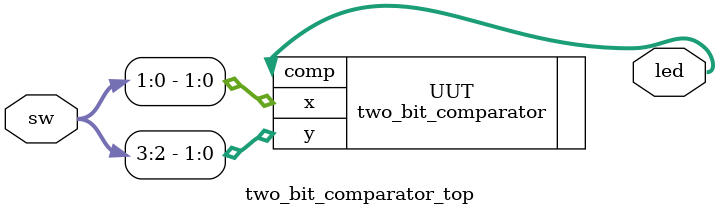
<source format=v>
module two_bit_comparator_top(led,sw);

input [3:0] sw;
output [2:0] led;

two_bit_comparator UUT(.comp(led), .x(sw[1:0]), .y(sw[3:2]));

endmodule

</source>
